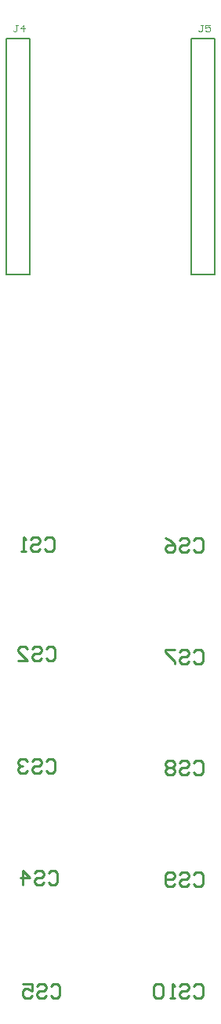
<source format=gbo>
G04 Layer_Color=32896*
%FSLAX44Y44*%
%MOMM*%
G71*
G01*
G75*
%ADD65C,0.2032*%
%ADD68C,0.2540*%
%ADD69C,0.1250*%
D65*
X10317300Y4778700D02*
Y5032700D01*
Y4778700D02*
X10342700D01*
Y5032700D01*
X10317300D02*
X10342700D01*
X10117300Y4778700D02*
Y5032700D01*
Y4778700D02*
X10142700D01*
Y5032700D01*
X10117300D02*
X10142700D01*
D68*
X10319844Y4012696D02*
X10322383Y4015235D01*
X10327461D01*
X10330000Y4012696D01*
Y4002539D01*
X10327461Y4000000D01*
X10322383D01*
X10319844Y4002539D01*
X10304608Y4012696D02*
X10307147Y4015235D01*
X10312225D01*
X10314764Y4012696D01*
Y4010157D01*
X10312225Y4007617D01*
X10307147D01*
X10304608Y4005078D01*
Y4002539D01*
X10307147Y4000000D01*
X10312225D01*
X10314764Y4002539D01*
X10299530Y4000000D02*
X10294452D01*
X10296991D01*
Y4015235D01*
X10299530Y4012696D01*
X10286833D02*
X10284294Y4015235D01*
X10279216D01*
X10276677Y4012696D01*
Y4002539D01*
X10279216Y4000000D01*
X10284294D01*
X10286833Y4002539D01*
Y4012696D01*
X10319844Y4132696D02*
X10322383Y4135235D01*
X10327461D01*
X10330000Y4132696D01*
Y4122539D01*
X10327461Y4120000D01*
X10322383D01*
X10319844Y4122539D01*
X10304608Y4132696D02*
X10307147Y4135235D01*
X10312225D01*
X10314764Y4132696D01*
Y4130157D01*
X10312225Y4127617D01*
X10307147D01*
X10304608Y4125078D01*
Y4122539D01*
X10307147Y4120000D01*
X10312225D01*
X10314764Y4122539D01*
X10299530D02*
X10296991Y4120000D01*
X10291913D01*
X10289373Y4122539D01*
Y4132696D01*
X10291913Y4135235D01*
X10296991D01*
X10299530Y4132696D01*
Y4130157D01*
X10296991Y4127617D01*
X10289373D01*
X10319844Y4252696D02*
X10322383Y4255235D01*
X10327461D01*
X10330000Y4252696D01*
Y4242539D01*
X10327461Y4240000D01*
X10322383D01*
X10319844Y4242539D01*
X10304608Y4252696D02*
X10307147Y4255235D01*
X10312225D01*
X10314764Y4252696D01*
Y4250157D01*
X10312225Y4247617D01*
X10307147D01*
X10304608Y4245078D01*
Y4242539D01*
X10307147Y4240000D01*
X10312225D01*
X10314764Y4242539D01*
X10299530Y4252696D02*
X10296991Y4255235D01*
X10291913D01*
X10289373Y4252696D01*
Y4250157D01*
X10291913Y4247617D01*
X10289373Y4245078D01*
Y4242539D01*
X10291913Y4240000D01*
X10296991D01*
X10299530Y4242539D01*
Y4245078D01*
X10296991Y4247617D01*
X10299530Y4250157D01*
Y4252696D01*
X10296991Y4247617D02*
X10291913D01*
X10319844Y4372696D02*
X10322383Y4375235D01*
X10327461D01*
X10330000Y4372696D01*
Y4362539D01*
X10327461Y4360000D01*
X10322383D01*
X10319844Y4362539D01*
X10304608Y4372696D02*
X10307147Y4375235D01*
X10312225D01*
X10314764Y4372696D01*
Y4370157D01*
X10312225Y4367617D01*
X10307147D01*
X10304608Y4365078D01*
Y4362539D01*
X10307147Y4360000D01*
X10312225D01*
X10314764Y4362539D01*
X10299530Y4375235D02*
X10289373D01*
Y4372696D01*
X10299530Y4362539D01*
Y4360000D01*
X10319844Y4492696D02*
X10322383Y4495235D01*
X10327461D01*
X10330000Y4492696D01*
Y4482539D01*
X10327461Y4480000D01*
X10322383D01*
X10319844Y4482539D01*
X10304608Y4492696D02*
X10307147Y4495235D01*
X10312225D01*
X10314764Y4492696D01*
Y4490157D01*
X10312225Y4487617D01*
X10307147D01*
X10304608Y4485078D01*
Y4482539D01*
X10307147Y4480000D01*
X10312225D01*
X10314764Y4482539D01*
X10289373Y4495235D02*
X10294452Y4492696D01*
X10299530Y4487617D01*
Y4482539D01*
X10296991Y4480000D01*
X10291913D01*
X10289373Y4482539D01*
Y4485078D01*
X10291913Y4487617D01*
X10299530D01*
X10165203Y4012066D02*
X10167742Y4014605D01*
X10172821D01*
X10175360Y4012066D01*
Y4001909D01*
X10172821Y3999370D01*
X10167742D01*
X10165203Y4001909D01*
X10149968Y4012066D02*
X10152507Y4014605D01*
X10157585D01*
X10160125Y4012066D01*
Y4009527D01*
X10157585Y4006988D01*
X10152507D01*
X10149968Y4004449D01*
Y4001909D01*
X10152507Y3999370D01*
X10157585D01*
X10160125Y4001909D01*
X10134733Y4014605D02*
X10144890D01*
Y4006988D01*
X10139811Y4009527D01*
X10137272D01*
X10134733Y4006988D01*
Y4001909D01*
X10137272Y3999370D01*
X10142350D01*
X10144890Y4001909D01*
X10162664Y4134606D02*
X10165203Y4137145D01*
X10170281D01*
X10172820Y4134606D01*
Y4124449D01*
X10170281Y4121910D01*
X10165203D01*
X10162664Y4124449D01*
X10147428Y4134606D02*
X10149968Y4137145D01*
X10155046D01*
X10157585Y4134606D01*
Y4132067D01*
X10155046Y4129528D01*
X10149968D01*
X10147428Y4126988D01*
Y4124449D01*
X10149968Y4121910D01*
X10155046D01*
X10157585Y4124449D01*
X10134732Y4121910D02*
Y4137145D01*
X10142350Y4129528D01*
X10132193D01*
X10160123Y4254606D02*
X10162662Y4257145D01*
X10167741D01*
X10170280Y4254606D01*
Y4244449D01*
X10167741Y4241910D01*
X10162662D01*
X10160123Y4244449D01*
X10144888Y4254606D02*
X10147427Y4257145D01*
X10152505D01*
X10155045Y4254606D01*
Y4252067D01*
X10152505Y4249528D01*
X10147427D01*
X10144888Y4246989D01*
Y4244449D01*
X10147427Y4241910D01*
X10152505D01*
X10155045Y4244449D01*
X10139810Y4254606D02*
X10137271Y4257145D01*
X10132192D01*
X10129653Y4254606D01*
Y4252067D01*
X10132192Y4249528D01*
X10134731D01*
X10132192D01*
X10129653Y4246989D01*
Y4244449D01*
X10132192Y4241910D01*
X10137271D01*
X10139810Y4244449D01*
X10160123Y4375876D02*
X10162662Y4378415D01*
X10167741D01*
X10170280Y4375876D01*
Y4365719D01*
X10167741Y4363180D01*
X10162662D01*
X10160123Y4365719D01*
X10144888Y4375876D02*
X10147427Y4378415D01*
X10152505D01*
X10155045Y4375876D01*
Y4373337D01*
X10152505Y4370797D01*
X10147427D01*
X10144888Y4368258D01*
Y4365719D01*
X10147427Y4363180D01*
X10152505D01*
X10155045Y4365719D01*
X10129653Y4363180D02*
X10139810D01*
X10129653Y4373337D01*
Y4375876D01*
X10132192Y4378415D01*
X10137271D01*
X10139810Y4375876D01*
X10158853Y4493336D02*
X10161392Y4495875D01*
X10166471D01*
X10169010Y4493336D01*
Y4483179D01*
X10166471Y4480640D01*
X10161392D01*
X10158853Y4483179D01*
X10143618Y4493336D02*
X10146157Y4495875D01*
X10151236D01*
X10153775Y4493336D01*
Y4490797D01*
X10151236Y4488257D01*
X10146157D01*
X10143618Y4485718D01*
Y4483179D01*
X10146157Y4480640D01*
X10151236D01*
X10153775Y4483179D01*
X10138540Y4480640D02*
X10133461D01*
X10136001D01*
Y4495875D01*
X10138540Y4493336D01*
D69*
X10329999Y5047498D02*
X10327499D01*
X10328749D01*
Y5041250D01*
X10327499Y5040000D01*
X10326250D01*
X10325000Y5041250D01*
X10337496Y5047498D02*
X10332498D01*
Y5043749D01*
X10334996Y5044998D01*
X10336246D01*
X10337496Y5043749D01*
Y5041250D01*
X10336246Y5040000D01*
X10333748D01*
X10332498Y5041250D01*
X10129998Y5047498D02*
X10127499D01*
X10128749D01*
Y5041250D01*
X10127499Y5040000D01*
X10126249D01*
X10125000Y5041250D01*
X10136246Y5040000D02*
Y5047498D01*
X10132498Y5043749D01*
X10137496D01*
M02*

</source>
